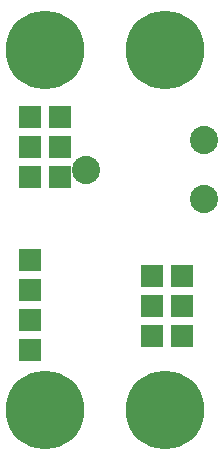
<source format=gbr>
G75*
G70*
%OFA0B0*%
%FSLAX24Y24*%
%IPPOS*%
%LPD*%
%AMOC8*
5,1,8,0,0,1.08239X$1,22.5*
%
%ADD10R,0.0730X0.0730*%
%ADD11C,0.2620*%
%ADD12C,0.0940*%
D10*
X001575Y008013D03*
X001575Y009013D03*
X001575Y010013D03*
X001575Y011013D03*
X001550Y013763D03*
X001550Y014763D03*
X001550Y015763D03*
X002550Y015763D03*
X002550Y014763D03*
X002550Y013763D03*
X005625Y010463D03*
X005625Y009463D03*
X005625Y008463D03*
X006625Y008463D03*
X006625Y009463D03*
X006625Y010463D03*
D11*
X002050Y006013D03*
X006050Y006013D03*
X006050Y018013D03*
X002050Y018013D03*
D12*
X003431Y014013D03*
X007369Y014997D03*
X007369Y013029D03*
M02*

</source>
